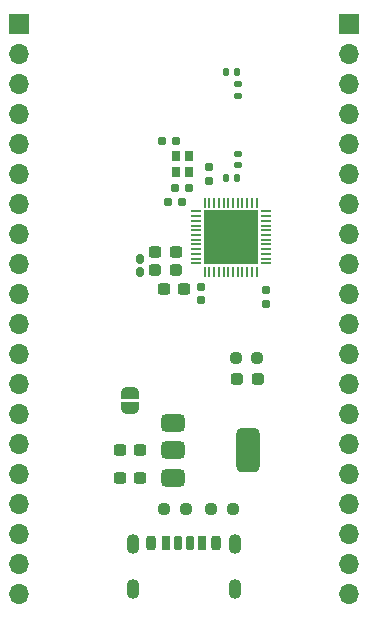
<source format=gts>
%TF.GenerationSoftware,KiCad,Pcbnew,8.0.3-8.0.3-0~ubuntu22.04.1*%
%TF.CreationDate,2024-10-04T19:55:40+02:00*%
%TF.ProjectId,nrf52832_devboard,6e726635-3238-4333-925f-646576626f61,0.1*%
%TF.SameCoordinates,Original*%
%TF.FileFunction,Soldermask,Top*%
%TF.FilePolarity,Negative*%
%FSLAX46Y46*%
G04 Gerber Fmt 4.6, Leading zero omitted, Abs format (unit mm)*
G04 Created by KiCad (PCBNEW 8.0.3-8.0.3-0~ubuntu22.04.1) date 2024-10-04 19:55:40*
%MOMM*%
%LPD*%
G01*
G04 APERTURE LIST*
G04 Aperture macros list*
%AMRoundRect*
0 Rectangle with rounded corners*
0 $1 Rounding radius*
0 $2 $3 $4 $5 $6 $7 $8 $9 X,Y pos of 4 corners*
0 Add a 4 corners polygon primitive as box body*
4,1,4,$2,$3,$4,$5,$6,$7,$8,$9,$2,$3,0*
0 Add four circle primitives for the rounded corners*
1,1,$1+$1,$2,$3*
1,1,$1+$1,$4,$5*
1,1,$1+$1,$6,$7*
1,1,$1+$1,$8,$9*
0 Add four rect primitives between the rounded corners*
20,1,$1+$1,$2,$3,$4,$5,0*
20,1,$1+$1,$4,$5,$6,$7,0*
20,1,$1+$1,$6,$7,$8,$9,0*
20,1,$1+$1,$8,$9,$2,$3,0*%
%AMFreePoly0*
4,1,19,0.500000,-0.750000,0.000000,-0.750000,0.000000,-0.744911,-0.071157,-0.744911,-0.207708,-0.704816,-0.327430,-0.627875,-0.420627,-0.520320,-0.479746,-0.390866,-0.500000,-0.250000,-0.500000,0.250000,-0.479746,0.390866,-0.420627,0.520320,-0.327430,0.627875,-0.207708,0.704816,-0.071157,0.744911,0.000000,0.744911,0.000000,0.750000,0.500000,0.750000,0.500000,-0.750000,0.500000,-0.750000,
$1*%
%AMFreePoly1*
4,1,19,0.000000,0.744911,0.071157,0.744911,0.207708,0.704816,0.327430,0.627875,0.420627,0.520320,0.479746,0.390866,0.500000,0.250000,0.500000,-0.250000,0.479746,-0.390866,0.420627,-0.520320,0.327430,-0.627875,0.207708,-0.704816,0.071157,-0.744911,0.000000,-0.744911,0.000000,-0.750000,-0.500000,-0.750000,-0.500000,0.750000,0.000000,0.750000,0.000000,0.744911,0.000000,0.744911,
$1*%
G04 Aperture macros list end*
%ADD10RoundRect,0.175000X-0.175000X-0.425000X0.175000X-0.425000X0.175000X0.425000X-0.175000X0.425000X0*%
%ADD11RoundRect,0.190000X0.190000X0.410000X-0.190000X0.410000X-0.190000X-0.410000X0.190000X-0.410000X0*%
%ADD12RoundRect,0.200000X0.200000X0.400000X-0.200000X0.400000X-0.200000X-0.400000X0.200000X-0.400000X0*%
%ADD13RoundRect,0.175000X0.175000X0.425000X-0.175000X0.425000X-0.175000X-0.425000X0.175000X-0.425000X0*%
%ADD14RoundRect,0.190000X-0.190000X-0.410000X0.190000X-0.410000X0.190000X0.410000X-0.190000X0.410000X0*%
%ADD15RoundRect,0.200000X-0.200000X-0.400000X0.200000X-0.400000X0.200000X0.400000X-0.200000X0.400000X0*%
%ADD16O,1.100000X1.700000*%
%ADD17RoundRect,0.237500X-0.287500X-0.237500X0.287500X-0.237500X0.287500X0.237500X-0.287500X0.237500X0*%
%ADD18RoundRect,0.237500X-0.250000X-0.237500X0.250000X-0.237500X0.250000X0.237500X-0.250000X0.237500X0*%
%ADD19RoundRect,0.140000X0.140000X0.170000X-0.140000X0.170000X-0.140000X-0.170000X0.140000X-0.170000X0*%
%ADD20R,0.800000X0.900000*%
%ADD21RoundRect,0.237500X0.300000X0.237500X-0.300000X0.237500X-0.300000X-0.237500X0.300000X-0.237500X0*%
%ADD22RoundRect,0.155000X0.155000X-0.212500X0.155000X0.212500X-0.155000X0.212500X-0.155000X-0.212500X0*%
%ADD23RoundRect,0.155000X-0.155000X0.212500X-0.155000X-0.212500X0.155000X-0.212500X0.155000X0.212500X0*%
%ADD24RoundRect,0.237500X0.287500X0.237500X-0.287500X0.237500X-0.287500X-0.237500X0.287500X-0.237500X0*%
%ADD25RoundRect,0.155000X0.212500X0.155000X-0.212500X0.155000X-0.212500X-0.155000X0.212500X-0.155000X0*%
%ADD26RoundRect,0.135000X0.185000X-0.135000X0.185000X0.135000X-0.185000X0.135000X-0.185000X-0.135000X0*%
%ADD27RoundRect,0.050000X0.050000X-0.350000X0.050000X0.350000X-0.050000X0.350000X-0.050000X-0.350000X0*%
%ADD28RoundRect,0.050000X0.350000X-0.050000X0.350000X0.050000X-0.350000X0.050000X-0.350000X-0.050000X0*%
%ADD29R,4.600000X4.600000*%
%ADD30FreePoly0,90.000000*%
%ADD31FreePoly1,90.000000*%
%ADD32RoundRect,0.147500X0.172500X-0.147500X0.172500X0.147500X-0.172500X0.147500X-0.172500X-0.147500X0*%
%ADD33RoundRect,0.160000X0.160000X-0.222500X0.160000X0.222500X-0.160000X0.222500X-0.160000X-0.222500X0*%
%ADD34RoundRect,0.375000X-0.625000X-0.375000X0.625000X-0.375000X0.625000X0.375000X-0.625000X0.375000X0*%
%ADD35RoundRect,0.500000X-0.500000X-1.400000X0.500000X-1.400000X0.500000X1.400000X-0.500000X1.400000X0*%
%ADD36R,1.700000X1.700000*%
%ADD37O,1.700000X1.700000*%
G04 APERTURE END LIST*
D10*
%TO.C,J3*%
X158250000Y-102330000D03*
D11*
X160270000Y-102330000D03*
D12*
X161500000Y-102330000D03*
D13*
X159250000Y-102330000D03*
D14*
X157230000Y-102330000D03*
D15*
X156000000Y-102330000D03*
D16*
X154430000Y-102410000D03*
X154430000Y-106210000D03*
X163070000Y-102410000D03*
X163070000Y-106210000D03*
%TD*%
D17*
%TO.C,D1*%
X163250000Y-88500000D03*
X165000000Y-88500000D03*
%TD*%
D18*
%TO.C,R3*%
X161087500Y-99500000D03*
X162912500Y-99500000D03*
%TD*%
D19*
%TO.C,C7*%
X163280000Y-71470000D03*
X162320000Y-71470000D03*
%TD*%
D20*
%TO.C,Y1*%
X159150000Y-70970000D03*
X159150000Y-69570000D03*
X158050000Y-69570000D03*
X158050000Y-70970000D03*
%TD*%
D21*
%TO.C,C1*%
X158762500Y-80870000D03*
X157037500Y-80870000D03*
%TD*%
%TO.C,C6*%
X158062500Y-77670000D03*
X156337500Y-77670000D03*
%TD*%
D22*
%TO.C,C5*%
X160900000Y-71667500D03*
X160900000Y-70532500D03*
%TD*%
D23*
%TO.C,C4*%
X160200000Y-80632500D03*
X160200000Y-81767500D03*
%TD*%
D24*
%TO.C,L1*%
X158075000Y-79270000D03*
X156325000Y-79270000D03*
%TD*%
D19*
%TO.C,C8*%
X163280000Y-62500000D03*
X162320000Y-62500000D03*
%TD*%
D25*
%TO.C,C2*%
X158567500Y-73470000D03*
X157432500Y-73470000D03*
%TD*%
D26*
%TO.C,R1*%
X163300000Y-64510000D03*
X163300000Y-63490000D03*
%TD*%
D23*
%TO.C,C3*%
X165700000Y-80932500D03*
X165700000Y-82067500D03*
%TD*%
D27*
%TO.C,U1*%
X160520000Y-79420000D03*
X160920000Y-79420000D03*
X161320000Y-79420000D03*
X161720000Y-79420000D03*
X162120000Y-79420000D03*
X162520000Y-79420000D03*
X162920000Y-79420000D03*
X163320000Y-79420000D03*
X163720000Y-79420000D03*
X164120000Y-79420000D03*
X164520000Y-79420000D03*
X164920000Y-79420000D03*
D28*
X165670000Y-78670000D03*
X165670000Y-78270000D03*
X165670000Y-77870000D03*
X165670000Y-77470000D03*
X165670000Y-77070000D03*
X165670000Y-76670000D03*
X165670000Y-76270000D03*
X165670000Y-75870000D03*
X165670000Y-75470000D03*
X165670000Y-75070000D03*
X165670000Y-74670000D03*
X165670000Y-74270000D03*
D27*
X164920000Y-73520000D03*
X164520000Y-73520000D03*
X164120000Y-73520000D03*
X163720000Y-73520000D03*
X163320000Y-73520000D03*
X162920000Y-73520000D03*
X162520000Y-73520000D03*
X162120000Y-73520000D03*
X161720000Y-73520000D03*
X161320000Y-73520000D03*
X160920000Y-73520000D03*
X160520000Y-73520000D03*
D28*
X159770000Y-74270000D03*
X159770000Y-74670000D03*
X159770000Y-75070000D03*
X159770000Y-75470000D03*
X159770000Y-75870000D03*
X159770000Y-76270000D03*
X159770000Y-76670000D03*
X159770000Y-77070000D03*
X159770000Y-77470000D03*
X159770000Y-77870000D03*
X159770000Y-78270000D03*
X159770000Y-78670000D03*
D29*
X162720000Y-76470000D03*
%TD*%
D21*
%TO.C,C11*%
X155062500Y-96800000D03*
X153337500Y-96800000D03*
%TD*%
D30*
%TO.C,JP1*%
X154200000Y-90950000D03*
D31*
X154200000Y-89650000D03*
%TD*%
D32*
%TO.C,L3*%
X163300000Y-70355000D03*
X163300000Y-69385000D03*
%TD*%
D18*
%TO.C,R2*%
X163162500Y-86700000D03*
X164987500Y-86700000D03*
%TD*%
D33*
%TO.C,L2*%
X155000000Y-79442500D03*
X155000000Y-78297500D03*
%TD*%
D25*
%TO.C,C9*%
X159167500Y-72270000D03*
X158032500Y-72270000D03*
%TD*%
D18*
%TO.C,R4*%
X157087500Y-99500000D03*
X158912500Y-99500000D03*
%TD*%
D34*
%TO.C,U2*%
X157850000Y-92200000D03*
X157850000Y-94500000D03*
D35*
X164150000Y-94500000D03*
D34*
X157850000Y-96800000D03*
%TD*%
D21*
%TO.C,C12*%
X155062500Y-94500000D03*
X153337500Y-94500000D03*
%TD*%
D25*
%TO.C,C10*%
X158067500Y-68270000D03*
X156932500Y-68270000D03*
%TD*%
D36*
%TO.C,J2*%
X172720000Y-58420000D03*
D37*
X172720000Y-60960000D03*
X172720000Y-63500000D03*
X172720000Y-66040000D03*
X172720000Y-68580000D03*
X172720000Y-71120000D03*
X172720000Y-73660000D03*
X172720000Y-76200000D03*
X172720000Y-78740000D03*
X172720000Y-81280000D03*
X172720000Y-83820000D03*
X172720000Y-86360000D03*
X172720000Y-88900000D03*
X172720000Y-91440000D03*
X172720000Y-93980000D03*
X172720000Y-96520000D03*
X172720000Y-99060000D03*
X172720000Y-101600000D03*
X172720000Y-104140000D03*
X172720000Y-106680000D03*
%TD*%
D36*
%TO.C,J1*%
X144780000Y-58420000D03*
D37*
X144780000Y-60960000D03*
X144780000Y-63500000D03*
X144780000Y-66040000D03*
X144780000Y-68580000D03*
X144780000Y-71120000D03*
X144780000Y-73660000D03*
X144780000Y-76200000D03*
X144780000Y-78740000D03*
X144780000Y-81280000D03*
X144780000Y-83820000D03*
X144780000Y-86360000D03*
X144780000Y-88900000D03*
X144780000Y-91440000D03*
X144780000Y-93980000D03*
X144780000Y-96520000D03*
X144780000Y-99060000D03*
X144780000Y-101600000D03*
X144780000Y-104140000D03*
X144780000Y-106680000D03*
%TD*%
M02*

</source>
